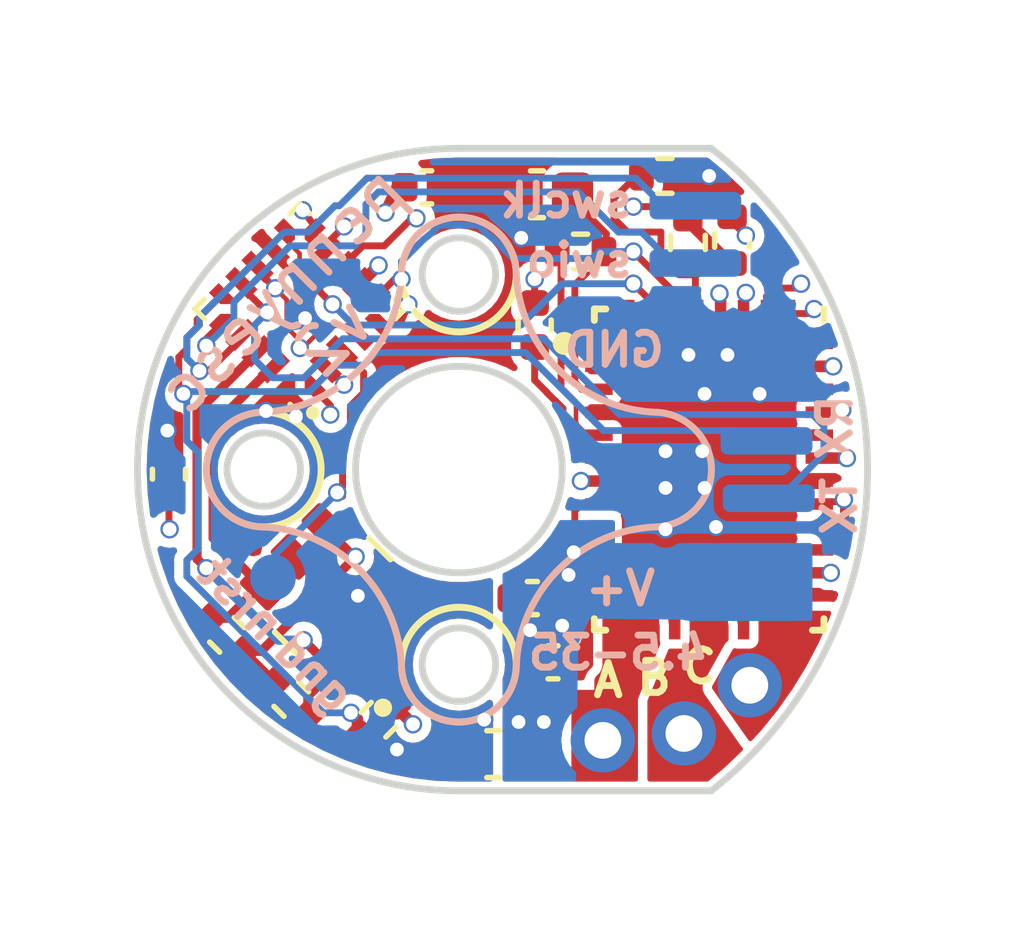
<source format=kicad_pcb>
(kicad_pcb (version 20221018) (generator pcbnew)
  (title_block (title "PennyESC") (date "2025-12-25") (rev "2") (company "Christopher Xu"))
  (layers (0 "F.Cu" signal) (1 "In1.Cu" signal) (2 "In2.Cu" signal) (31 "B.Cu" signal) (34 "B.Paste" user) (35 "F.Paste" user) (36 "B.SilkS" user "B.Silkscreen") (37 "F.SilkS" user "F.Silkscreen") (38 "B.Mask" user) (39 "F.Mask" user) (44 "Edge.Cuts" user))
  (net 0 "")
  (net 1 "GND")
  (net 2 "+3.3V")
  (net 3 "VBUS")
  (net 4 "/SPI_SCLK")
  (net 5 "/SPI_MISO")
  (net 6 "/SPI_MOSI")
  (net 7 "/NRST")
  (net 8 "/UART_TX")
  (net 9 "/UART_RX")
  (net 10 "/SWDIO")
  (net 11 "/SWCLK")
  (net 12 "/SPI_CS")
  (net 13 "Net-(U2-FB_BK)")
  (net 14 "Net-(U2-SW_BK)")
  (net 15 "/HALLA")
  (net 16 "/HALLB")
  (net 17 "/HALLC")
  (net 18 "/BRAKE")
  (net 19 "/PWM")
  (net 20 "/I2C_SCL")
  (net 21 "/I2C_SDA")
  (net 23 "Net-(U2-CPL)")
  (net 24 "Net-(U2-CPH)")
  (net 25 "Net-(U2-CP)")
  (net 26 "/OUTA")
  (net 27 "/OUTB")
  (net 28 "/OUTC")
  (net 29 "Net-(U2-FAULT_N)")
  (net 31 "unconnected-(U2-HNA-Pad28)")
  (net 34 "Net-(U2-ILIM)")
  (footprint "Resistor_SMD:R_0402_1005Metric" (layer "F.Cu") (at 54.485876 43.600089)
    (fp_text reference "R4" hide)
    (fp_text value "2k")
  )
  (footprint "Capacitor_SMD:C_0402_1005Metric" (layer "F.Cu") (at 49.3 43.85)
    (fp_text reference "C2" hide)
    (fp_text value "1uF")
  )
  (footprint "Resistor_SMD:R_0402_1005Metric" (layer "F.Cu") (at 55.95 45 90)
    (fp_text reference "R2" hide)
    (fp_text value "3.3k")
  )
  (footprint "Capacitor_SMD:C_0603_1608Metric" (layer "F.Cu") (at 51.7 44)
    (fp_text reference "C3" hide)
    (fp_text value "22uF")
  )
  (footprint "pennyesc:MCT8316Z0RRGFR-IPC_C" (layer "F.Cu") (at 55.45 50)
    (fp_text reference "U2" hide)
    (fp_text value "MCT8316Z0RRGFR")
  )
  (footprint "Resistor_SMD:R_0402_1005Metric" (layer "F.Cu") (at 54.985876 45.05 -90)
    (fp_text reference "R3" hide)
    (fp_text value "3.3k")
  )
  (footprint "Resistor_SMD:R_0402_1005Metric" (layer "F.Cu") (at 44.95 53.6 135)
    (fp_text reference "R6" hide)
    (fp_text value "3.3k")
  )
  (footprint "pennyesc:SOT95P280X140-6N" (layer "F.Cu") (at 47.25 52.75 135)
    (fp_text reference "U3" hide)
    (fp_text value "TMAG5273A1QDBVR")
  )
  (footprint "Resistor_SMD:R_0402_1005Metric" (layer "F.Cu") (at 52.65 45.25)
    (fp_text reference "R1" hide)
    (fp_text value "22R")
  )
  (footprint "Capacitor_SMD:C_0603_1608Metric" (layer "F.Cu") (at 50.75 56.2 180)
    (fp_text reference "C7" hide)
    (fp_text value "10uF")
  )
  (footprint "Capacitor_SMD:C_0402_1005Metric" (layer "F.Cu") (at 52.05 54.2)
    (fp_text reference "C6" hide)
    (fp_text value "0.1uF")
  )
  (footprint "Capacitor_SMD:C_0402_1005Metric" (layer "F.Cu") (at 43.685876 50.100089 90)
    (fp_text reference "C1" hide)
    (fp_text value "1uF")
  )
  (footprint "Capacitor_SMD:C_0402_1005Metric" (layer "F.Cu") (at 51.6 52.8 180)
    (fp_text reference "C5" hide)
    (fp_text value "1uF")
  )
  (footprint "Resistor_SMD:R_0402_1005Metric" (layer "F.Cu") (at 48.25 55.45 -135)
    (fp_text reference "R8" hide)
    (fp_text value "3.3k")
  )
  (footprint "Resistor_SMD:R_0402_1005Metric" (layer "F.Cu") (at 46.35 55 -45)
    (fp_text reference "R5" hide)
    (fp_text value "3.3k")
  )
  (footprint "Package_DFN_QFN:ST_UFQFPN-20_3x3mm_P0.5mm" (layer "F.Cu") (at 46.535876 46.500089 135)
    (fp_text reference "U1" hide)
    (fp_text value "STM32L011F4Ux")
  )
  (footprint "Capacitor_SMD:C_0402_1005Metric" (layer "F.Cu") (at 51.65 46.85 -90)
    (fp_text reference "C4" hide)
    (fp_text value "0.1uF")
  )
  (footprint "pennyesc:SolderHole_1.0x1.6mm" (layer "B.Cu") (at 53.135876 55.900089 -90)
    (fp_text reference "TP6" hide)
    (fp_text value "TestPoint")
  )
  (footprint "pennyesc:SolderHole_1.0x1.6mm" (layer "B.Cu") (at 54.9 55.75 -90)
    (fp_text reference "TP7" hide)
    (fp_text value "TestPoint")
  )
  (footprint "pennyesc:Power_Pad_Rect" (layer "B.Cu") (at 56.15 52.45 90)
    (fp_text reference "TP9" hide)
    (fp_text value "TestPoint")
  )
  (footprint "pennyesc:TestPoint_Pad_Rect" (layer "B.Cu") (at 55.15 45.5 -90)
    (fp_text reference "TP4" hide)
    (fp_text value "TestPoint")
  )
  (footprint "pennyesc:TestPoint_Pad_Rect" (layer "B.Cu") (at 56.7 49.375 90)
    (fp_text reference "TP3" hide)
    (fp_text value "TestPoint")
  )
  (footprint "pennyesc:TestPoint_Pad_Rect" (layer "B.Cu") (at 55.15 44.25 -90)
    (fp_text reference "TP5" hide)
    (fp_text value "TestPoint")
  )
  (footprint "pennyesc:SolderHole_1.0x1.6mm" (layer "B.Cu") (at 56.335876 54.700089 -90)
    (fp_text reference "TP8" hide)
    (fp_text value "TestPoint")
  )
  (footprint "pennyesc:TestPoint_Pad_Rect" (layer "B.Cu") (at 56.75 50.625 90)
    (fp_text reference "TP2" hide)
    (fp_text value "TestPoint")
  )
  (footprint "pennyesc:Power_Pad_Rect" (layer "B.Cu") (at 56.15 47.55 90)
    (fp_text reference "TP10" hide)
    (fp_text value "TestPoint")
  )
  (footprint "pennyesc:TestPoint_Pad_1mm" (layer "B.Cu") (at 45.95 52.35 135)
    (fp_text reference "TP1" hide)
    (fp_text value "TestPoint")
  )
  (footprint "pennyesc:TestPoint_Pad_1mm" (layer "B.Cu") (at 47.55 53.7 180)
    (fp_text reference "TP11" hide)
    (fp_text value "TestPoint")
  )
  (gr_arc locked (start 51.249146 54.2962) (mid 52.174347 52.174347) (end 54.2962 51.249146) (stroke (width 0.15)) (layer "B.SilkS"))
  (gr_arc locked (start 48.750854 45.7038) (mid 47.825653 47.825653) (end 45.7038 48.750854) (stroke (width 0.15)) (layer "B.SilkS"))
  (gr_arc locked (start 54.2962 48.750854) (mid 55.5 50) (end 54.2962 51.249146) (stroke (width 0.15)) (layer "B.SilkS"))
  (gr_arc locked (start 45.7038 51.249146) (mid 44.5 50) (end 45.7038 48.750854) (stroke (width 0.15)) (layer "B.SilkS"))
  (gr_arc locked (start 45.7038 51.249146) (mid 47.825648 52.174352) (end 48.750854 54.2962) (stroke (width 0.15)) (layer "B.SilkS"))
  (gr_arc locked (start 54.2962 48.750854) (mid 52.174347 47.825653) (end 51.249146 45.7038) (stroke (width 0.15)) (layer "B.SilkS"))
  (gr_arc locked (start 51.249146 54.2962) (mid 50 55.5) (end 48.750854 54.2962) (stroke (width 0.15)) (layer "B.SilkS"))
  (gr_arc locked (start 48.750854 45.7038) (mid 50 44.5) (end 51.249146 45.7038) (stroke (width 0.15)) (layer "B.SilkS"))
  (gr_circle (center 50 45.75) (end 51.25 45.75) (stroke (width 0.15)) (fill none) (layer "F.SilkS"))
  (gr_circle (center 50 54.25) (end 51.25 54.25) (stroke (width 0.15)) (fill none) (layer "F.SilkS"))
  (gr_circle (center 45.75 50) (end 47 50) (stroke (width 0.15)) (fill none) (layer "F.SilkS"))
  (gr_circle locked (center 45.75 50) (end 46.55 50) (stroke (width 0.15)) (fill none) (layer "Edge.Cuts"))
  (gr_line locked (start 50 57) (end 55.496362 57) (stroke (width 0.15)) (layer "Edge.Cuts"))
  (gr_line locked (start 55.496362 43) (end 50 43) (stroke (width 0.15)) (layer "Edge.Cuts"))
  (gr_circle locked (center 50 50) (end 52.25 50) (stroke (width 0.15)) (fill none) (layer "Edge.Cuts"))
  (gr_circle locked (center 50 54.25) (end 50.8 54.25) (stroke (width 0.15)) (fill none) (layer "Edge.Cuts"))
  (gr_arc locked (start 50 57) (mid 43 50) (end 50 43) (stroke (width 0.15)) (layer "Edge.Cuts"))
  (gr_arc locked (start 55.496362 43) (mid 58.9 50) (end 55.496362 57) (stroke (width 0.15)) (layer "Edge.Cuts"))
  (gr_circle locked (center 50 45.75) (end 50.8 45.75) (stroke (width 0.15)) (fill none) (layer "Edge.Cuts"))
  (gr_text "swio" (at 53.85 45.85) (layer "B.SilkS") (effects (font (size 0.7 0.7)) (justify left bottom mirror)))
  (gr_text "pennyesc" (at 49.05 44 45) (layer "B.SilkS") (effects (font (size 1 1)) (justify left bottom mirror)))
  (gr_text "RX" (at 58.6 48.3 90) (layer "B.SilkS") (effects (font (size 0.7 0.7)) (justify left bottom mirror)))
  (gr_text "GND" (at 54.55 47.8) (layer "B.SilkS") (effects (font (size 0.7 0.7)) (justify left bottom mirror)))
  (gr_text "TX" (at 58.7 50.1 90) (layer "B.SilkS") (effects (font (size 0.7 0.7)) (justify left bottom mirror)))
  (gr_text "V+" (at 54.35 53) (layer "B.SilkS") (effects (font (size 0.7 0.7)) (justify left bottom mirror)))
  (gr_text "gnd" (at 47.3 55.45 315) (layer "B.SilkS") (effects (font (size 0.7 0.7)) (justify left bottom mirror)))
  (gr_text "v2" (at 48.35 46.85 45) (layer "B.SilkS") (effects (font (size 1 1)) (justify left bottom mirror)))
  (gr_text "4.5-35" (at 55.5 54.4) (layer "B.SilkS") (effects (font (size 0.7 0.7)) (justify left bottom mirror)))
  (gr_text "swclk" (at 53.85 44.55) (layer "B.SilkS") (effects (font (size 0.7 0.7)) (justify left bottom mirror)))
  (gr_text "nrst" (at 45.75 53.9 315) (layer "B.SilkS") (effects (font (size 0.7 0.7)) (justify left bottom mirror)))
  (gr_text "A" (at 53.65 55) (layer "F.SilkS") (effects (font (size 0.7 0.7) (thickness 0.15) bold) (justify left bottom mirror)))
  (gr_text "B" (at 54.7 54.95) (layer "F.SilkS") (effects (font (size 0.7 0.7) (thickness 0.15) bold) (justify right bottom)))
  (gr_text "C" (at 55.685876 54.700089) (layer "F.SilkS") (effects (font (size 0.7 0.7) (thickness 0.15) bold) (justify right bottom)))
  (segment (start 56.185876 52.61329) (end 56.172675 52.600089) (width 0.25) (layer "F.Cu") (net 1))
  (segment (start 45.970191 45.227297) (end 45.970191 45.333363) (width 0.15) (layer "F.Cu") (net 1))
  (segment (start 57.85 50.25) (end 57.15 50.25) (width 0.25) (layer "F.Cu") (net 1))
  (segment (start 57.85 52.75) (end 57.15 52.75) (width 0.25) (layer "F.Cu") (net 1))
  (segment (start 51.357816 44.95) (end 50.925 44.54123) (width 0.25) (layer "F.Cu") (net 1))
  (segment (start 53.05 47.75) (end 53.7 47.75) (width 0.25) (layer "F.Cu") (net 1))
  (segment (start 46.2 48.3245) (end 45.8 48.7245) (width 0.15) (layer "F.Cu") (net 1))
  (segment (start 49.975 56.025) (end 50.55 55.45) (width 0.15) (layer "F.Cu") (net 1))
  (segment (start 53.572764 48.75) (end 53.722675 48.600089) (width 0.25) (layer "F.Cu") (net 1))
  (segment (start 48.65 56.1) (end 48.75 56.2) (width 0.15) (layer "F.Cu") (net 1))
  (segment (start 46.55 46.6) (end 46.65 46.7) (width 0.15) (layer "F.Cu") (net 1))
  (segment (start 48.80917 52.965668) (end 48.015668 52.965668) (width 0.15) (layer "F.Cu") (net 1))
  (segment (start 52.8 53.2) (end 52.8 52.7) (width 0.25) (layer "F.Cu") (net 1))
  (segment (start 46.55 45.913172) (end 46.55 46.2) (width 0.15) (layer "F.Cu") (net 1))
  (segment (start 48.75 56.2) (end 49.975 56.2) (width 0.15) (layer "F.Cu") (net 1))
  (segment (start 53.15 48.75) (end 53.572764 48.75) (width 0.25) (layer "F.Cu") (net 1))
  (segment (start 56.185876 53.300089) (end 56.185876 52.61329) (width 0.25) (layer "F.Cu") (net 1))
  (segment (start 54.685876 52.636888) (end 54.722675 52.600089) (width 0.25) (layer "F.Cu") (net 1))
  (segment (start 49.975 56.2) (end 49.975 56.025) (width 0.15) (layer "F.Cu") (net 1))
  (segment (start 43.685876 49.620089) (end 43.685876 49.185876) (width 0.25) (layer "F.Cu") (net 1))
  (segment (start 48.015668 52.965668) (end 47.8 52.75) (width 0.15) (layer "F.Cu") (net 1))
  (segment (start 52.8 54.23) (end 52.8 53.2) (width 0.25) (layer "F.Cu") (net 1))
  (segment (start 50.925 44.54123) (end 50.925 44) (width 0.25) (layer "F.Cu") (net 1))
  (segment (start 46.2 48.250178) (end 46.2 48.3245) (width 0.15) (layer "F.Cu") (net 1))
  (segment (start 55.45 43.6005) (end 55.499589 43.600089) (width 0.15) (layer "F.Cu") (net 1))
  (segment (start 43.685876 49.185876) (end 43.65 49.15) (width 0.25) (layer "F.Cu") (net 1))
  (segment (start 52.63 54.4) (end 52.8 54.23) (width 0.25) (layer "F.Cu") (net 1))
  (segment (start 45.970191 45.333363) (end 46.55 45.913172) (width 0.15) (layer "F.Cu") (net 1))
  (segment (start 53.05 52.75) (end 53.75 52.75) (width 0.25) (layer "F.Cu") (net 1))
  (segment (start 46.55 46.2) (end 46.55 46.6) (width 0.15) (layer "F.Cu") (net 1))
  (segment (start 55.499589 43.600089) (end 54.995876 43.600089) (width 0.15) (layer "F.Cu") (net 1))
  (segment (start 54.685876 53.300089) (end 54.685876 52.636888) (width 0.25) (layer "F.Cu") (net 1))
  (via (at 54.5 51.3) (size 0.4) (drill 0.3) (layers "F.Cu" "B.Cu") (net 1))
  (via (at 55.35 48.35) (size 0.4) (drill 0.3) (layers "F.Cu" "B.Cu") (net 1))
  (via (at 46.65 46.7) (size 0.4) (drill 0.3) (layers "F.Cu" "B.Cu") (net 1))
  (via (at 54.5 50.4) (size 0.4) (drill 0.3) (layers "F.Cu" "B.Cu") (net 1))
  (via (at 46.45 48.85) (size 0.4) (drill 0.3) (layers "F.Cu" "B.Cu") (net 1))
  (via (at 55.35 50.4) (size 0.4) (drill 0.3) (layers "F.Cu" "B.Cu") (net 1))
  (via (at 56.55 48.35) (size 0.4) (drill 0.3) (layers "F.Cu" "B.Cu") (net 1))
  (via (at 55.85 47.5) (size 0.4) (drill 0.3) (layers "F.Cu" "B.Cu") (net 1))
  (via (at 55 47.5) (size 0.4) (drill 0.3) (layers "F.Cu" "B.Cu") (net 1))
  (via (at 48.65 56.1) (size 0.4) (drill 0.3) (layers "F.Cu" "B.Cu") (net 1))
  (via (at 51.357816 44.95) (size 0.4) (drill 0.3) (layers "F.Cu" "B.Cu") (net 1))
  (via (at 54.5 49.6) (size 0.4) (drill 0.3) (layers "F.Cu" "B.Cu") (net 1))
  (via (at 55.6 51.25) (size 0.4) (drill 0.3) (layers "F.Cu" "B.Cu") (net 1))
  (via (at 43.65 49.15) (size 0.4) (drill 0.3) (layers "F.Cu" "B.Cu") (net 1))
  (via (at 55.3 49.6) (size 0.4) (drill 0.3) (layers "F.Cu" "B.Cu") (net 1))
  (via (at 55.45 43.6005) (size 0.4) (drill 0.3) (layers "F.Cu" "B.Cu") (net 1))
  (via (at 50.55 55.45) (size 0.4) (drill 0.3) (layers "F.Cu" "B.Cu") (net 1))
  (via (at 47.8 52.75) (size 0.4) (drill 0.3) (layers "F.Cu" "B.Cu") (net 1))
  (via (at 45.8 48.7245) (size 0.4) (drill 0.3) (layers "F.Cu" "B.Cu") (net 1))
  (segment (start 57.85 51.75) (end 58.15 51.75) (width 0.2) (layer "F.Cu") (net 2))
  (segment (start 47.808668 47.065774) (end 47.608669 46.865775) (width 0.1) (layer "F.Cu") (net 2))
  (segment (start 43.7 51.3) (end 43.685876 51.185376) (width 0.15) (layer "F.Cu") (net 2))
  (segment (start 47.084225 46.865775) (end 46.600676 47.349324) (width 0.1) (layer "F.Cu") (net 2))
  (segment (start 43.685876 51.185376) (end 43.685876 50.580089) (width 0.15) (layer "F.Cu") (net 2))
  (segment (start 46.535876 47.185876) (end 46.25 46.9) (width 0.1) (layer "F.Cu") (net 2))
  (segment (start 48.639376 55.189376) (end 49 55.55) (width 0.25) (layer "F.Cu") (net 2))
  (segment (start 45.616637 45.58085) (end 45.616637 45.666637) (width 0.15) (layer "F.Cu") (net 2))
  (segment (start 48.4 44.4) (end 48.65 43.85) (width 0.25) (layer "F.Cu") (net 2))
  (segment (start 58.4 51.5) (end 58.4 50.664213) (width 0.2) (layer "F.Cu") (net 2))
  (segment (start 57.885876 50.700089) (end 57.760876 50.700089) (width 0.15) (layer "F.Cu") (net 2))
  (segment (start 48.65 43.85) (end 48.75 43.85) (width 0.25) (layer "F.Cu") (net 2))
  (segment (start 45.689376 53.960624) (end 47.7 51.95) (width 0.2) (layer "F.Cu") (net 2))
  (segment (start 45.95 54.6) (end 45.95 54.65) (width 0.2) (layer "F.Cu") (net 2))
  (segment (start 47.034332 51.19083) (end 47.04083 51.19083) (width 0.15) (layer "F.Cu") (net 2))
  (segment (start 53.8005 44.269589) (end 54.719589 44.269589) (width 0.15) (layer "F.Cu") (net 2))
  (segment (start 57.885876 50.700089) (end 58.335876 50.700089) (width 0.15) (layer "F.Cu") (net 2))
  (segment (start 54.719589 44.269589) (end 54.95 44.5) (width 0.15) (layer "F.Cu") (net 2))
  (segment (start 48.510624 55.189376) (end 48.639376 55.189376) (width 0.25) (layer "F.Cu") (net 2))
  (segment (start 45.310624 53.960624) (end 45.95 54.6) (width 0.2) (layer "F.Cu") (net 2))
  (segment (start 46.25 46.3) (end 46 46.05) (width 0.1) (layer "F.Cu") (net 2))
  (segment (start 47.7 51.95) (end 47.1 51.35) (width 0.2) (layer "F.Cu") (net 2))
  (segment (start 54.985876 44.540089) (end 54.985876 44.585876) (width 0.25) (layer "F.Cu") (net 2))
  (segment (start 47.04083 51.19083) (end 47.75 51.9) (width 0.15) (layer "F.Cu") (net 2))
  (segment (start 58.15 51.75) (end 58.4 51.5) (width 0.2) (layer "F.Cu") (net 2))
  (segment (start 54.985876 44.54) (end 54.845876 44.4) (width 0.2) (layer "F.Cu") (net 2))
  (segment (start 45.310624 53.960624) (end 45.689376 53.960624) (width 0.2) (layer "F.Cu") (net 2))
  (segment (start 46.25 46.9) (end 46.25 46.3) (width 0.1) (layer "F.Cu") (net 2))
  (segment (start 47.608669 46.865775) (end 47.084225 46.865775) (width 0.1) (layer "F.Cu") (net 2))
  (segment (start 46.535876 47.349324) (end 46.535876 47.185876) (width 0.1) (layer "F.Cu") (net 2))
  (segment (start 45.616637 45.666637) (end 46 46.05) (width 0.15) (layer "F.Cu") (net 2))
  (segment (start 58.335876 50.700089) (end 58.385876 50.650089) (width 0.15) (layer "F.Cu") (net 2))
  (segment (start 46.600676 47.349324) (end 46.535876 47.349324) (width 0.1) (layer "F.Cu") (net 2))
  (segment (start 54.985876 44.585876) (end 55.85 45.45) (width 0.25) (layer "F.Cu") (net 2))
  (segment (start 58.4 50.664213) (end 58.385876 50.650089) (width 0.2) (layer "F.Cu") (net 2))
  (via (at 43.7 51.3) (size 0.4) (drill 0.3) (layers "F.Cu" "B.Cu") (net 2))
  (via (at 48.4 44.4) (size 0.4) (drill 0.3) (layers "F.Cu" "B.Cu") (net 2))
  (via (at 49 55.55) (size 0.4) (drill 0.3) (layers "F.Cu" "B.Cu") (net 2))
  (via (at 46 46.05) (size 0.4) (drill 0.3) (layers "F.Cu" "B.Cu") (net 2))
  (via (at 47.75 51.9) (size 0.4) (drill 0.3) (layers "F.Cu" "B.Cu") (net 2))
  (via (at 58.385876 50.650089) (size 0.4) (drill 0.3) (layers "F.Cu" "B.Cu") (net 2))
  (via (at 53.8005 44.269589) (size 0.4) (drill 0.3) (layers "F.Cu" "B.Cu") (net 2))
  (via (at 46.535876 47.349324) (size 0.4) (drill 0.3) (layers "F.Cu" "B.Cu") (net 2))
  (segment (start 52.5 51.8) (end 52.95 52.25) (width 0.15) (layer "F.Cu") (net 3))
  (segment (start 52.435459 52.25) (end 52.389318 52.296141) (width 0.15) (layer "F.Cu") (net 3))
  (segment (start 52.95 52.25) (end 53.05 52.25) (width 0.15) (layer "F.Cu") (net 3))
  (segment (start 53.05 52.25) (end 52.435459 52.25) (width 0.15) (layer "F.Cu") (net 3))
  (via (at 51.55 53.5) (size 0.4) (drill 0.3) (layers "F.Cu" "B.Cu") (net 3))
  (via (at 51.85 55.5) (size 0.4) (drill 0.3) (layers "F.Cu" "B.Cu") (net 3))
  (via (at 52.25 53.4) (size 0.4) (drill 0.3) (layers "F.Cu" "B.Cu") (net 3))
  (via (at 52.5 51.8) (size 0.4) (drill 0.3) (layers "F.Cu" "B.Cu") (net 3))
  (via (at 51.3 55.5) (size 0.4) (drill 0.3) (layers "F.Cu" "B.Cu") (net 3))
  (via (at 52.389318 52.296141) (size 0.4) (drill 0.3) (layers "F.Cu" "B.Cu") (net 3))
  (segment (start 49.075 44.525) (end 48.975 44.525) (width 0.15) (layer "F.Cu") (net 4))
  (segment (start 56.2 46.2) (end 56.25 46.15) (width 0.15) (layer "F.Cu") (net 4))
  (segment (start 56.2 46.6) (end 56.2 46.2) (width 0.15) (layer "F.Cu") (net 4))
  (segment (start 48.375 45.125) (end 47.910965 45.125) (width 0.15) (layer "F.Cu") (net 4))
  (segment (start 47.910965 45.125) (end 47.455115 45.58085) (width 0.15) (layer "F.Cu") (net 4))
  (segment (start 48.975 44.525) (end 48.375 45.125) (width 0.15) (layer "F.Cu") (net 4))
  (via (at 49.075 44.525) (size 0.4) (drill 0.3) (layers "F.Cu" "B.Cu") (net 4))
  (via (at 56.25 46.15) (size 0.4) (drill 0.3) (layers "F.Cu" "B.Cu") (net 4))
  (segment (start 47.101561 45.227297) (end 47.101561 45.098439) (width 0.15) (layer "F.Cu") (net 5))
  (segment (start 57.637521 46.6) (end 57.2 46.6) (width 0.15) (layer "F.Cu") (net 5))
  (segment (start 57.735356 46.502165) (end 57.637521 46.6) (width 0.15) (layer "F.Cu") (net 5))
  (segment (start 47.101561 45.098439) (end 47.5 44.7) (width 0.15) (layer "F.Cu") (net 5))
  (via (at 57.735356 46.502165) (size 0.4) (drill 0.3) (layers "F.Cu" "B.Cu") (net 5))
  (via (at 47.5 44.7) (size 0.4) (drill 0.3) (layers "F.Cu" "B.Cu") (net 5))
  (segment (start 57.45 45.95) (end 57.447161 46.045089) (width 0.15) (layer "F.Cu") (net 6))
  (segment (start 56.7 46.225) (end 56.7 46.6) (width 0.15) (layer "F.Cu") (net 6))
  (segment (start 56.879911 46.045089) (end 56.7 46.225) (width 0.15) (layer "F.Cu") (net 6))
  (segment (start 46.9 44.75) (end 46.85 44.8) (width 0.15) (layer "F.Cu") (net 6))
  (segment (start 57.447161 46.045089) (end 56.879911 46.045089) (width 0.15) (layer "F.Cu") (net 6))
  (segment (start 46.6 44.35) (end 46.9 44.75) (width 0.15) (layer "F.Cu") (net 6))
  (via (at 46.6 44.35) (size 0.4) (drill 0.3) (layers "F.Cu" "B.Cu") (net 6))
  (via (at 57.45 45.95) (size 0.4) (drill 0.3) (layers "F.Cu" "B.Cu") (net 6))
  (segment (start 47.639034 48.612007) (end 47.925 48.326041) (width 0.15) (layer "F.Cu") (net 7))
  (segment (start 47.639034 49.094108) (end 47.639034 48.612007) (width 0.15) (layer "F.Cu") (net 7))
  (segment (start 47.556861 49.330755) (end 47.639034 49.094108) (width 0.15) (layer "F.Cu") (net 7))
  (segment (start 47.925 48.326041) (end 47.925 47.889213) (width 0.15) (layer "F.Cu") (net 7))
  (segment (start 47.466855 50.383145) (end 47.35 50.5) (width 0.15) (layer "F.Cu") (net 7))
  (segment (start 47.489457 49.662369) (end 47.556861 49.330755) (width 0.15) (layer "F.Cu") (net 7))
  (segment (start 47.466855 50) (end 47.489457 49.662369) (width 0.15) (layer "F.Cu") (net 7))
  (segment (start 47.35 50.5) (end 47.466855 50.583145) (width 0.15) (layer "F.Cu") (net 7))
  (segment (start 47.466855 50) (end 47.466855 50.383145) (width 0.15) (layer "F.Cu") (net 7))
  (segment (start 47.925 47.889213) (end 47.455115 47.419328) (width 0.15) (layer "F.Cu") (net 7))
  (via (at 47.35 50.5) (size 0.4) (drill 0.3) (layers "F.Cu" "B.Cu") (net 7))
  (segment (start 46.75 51.1) (end 46 51.85) (width 0.15) (layer "B.Cu") (net 7))
  (segment (start 47.35 50.5) (end 46.75 51.1) (width 0.15) (layer "B.Cu") (net 7))
  (segment (start 46 51.85) (end 46 52.25) (width 0.15) (layer "B.Cu") (net 7))
  (segment (start 45.4 46.05) (end 45.35 46.05) (width 0.15) (layer "F.Cu") (net 8))
  (segment (start 45.824845 46.575155) (end 45.263084 46.013394) (width 0.15) (layer "F.Cu") (net 8))
  (segment (start 45.263084 46.013394) (end 45.263084 45.934404) (width 0.15) (layer "F.Cu") (net 8))
  (via (at 45.824845 46.575155) (size 0.4) (drill 0.3) (layers "F.Cu" "B.Cu") (net 8))
  (segment (start 57.95 49.65533) (end 57.95 49.05) (width 0.15) (layer "B.Cu") (net 8))
  (segment (start 46.624695 48) (end 45.95 48) (width 0.15) (layer "B.Cu") (net 8))
  (segment (start 45.55 47.6) (end 45.55 46.85) (width 0.15) (layer "B.Cu") (net 8))
  (segment (start 51.85 47.15) (end 47.474695 47.15) (width 0.15) (layer "B.Cu") (net 8))
  (segment (start 45.95 48) (end 45.55 47.6) (width 0.15) (layer "B.Cu") (net 8))
  (segment (start 57.95 49.05) (end 57.7 48.8) (width 0.15) (layer "B.Cu") (net 8))
  (segment (start 53.5 48.8) (end 51.85 47.15) (width 0.15) (layer "B.Cu") (net 8))
  (segment (start 45.55 46.85) (end 45.824845 46.575155) (width 0.15) (layer "B.Cu") (net 8))
  (segment (start 57.7 48.8) (end 53.5 48.8) (width 0.15) (layer "B.Cu") (net 8))
  (segment (start 47.474695 47.15) (end 46.624695 48) (width 0.15) (layer "B.Cu") (net 8))
  (segment (start 56.75 50.625) (end 56.98033 50.625) (width 0.15) (layer "B.Cu") (net 8))
  (segment (start 56.98033 50.625) (end 57.95 49.65533) (width 0.15) (layer "B.Cu") (net 8))
  (segment (start 44.785787 46.244788) (end 44.3 46.730575) (width 0.15) (layer "F.Cu") (net 9))
  (segment (start 44.3 46.730575) (end 44.3 46.898959) (width 0.15) (layer "F.Cu") (net 9))
  (segment (start 43.9 48.25) (end 44 48.35) (width 0.15) (layer "F.Cu") (net 9))
  (segment (start 44.3 46.898959) (end 44.075 47.123959) (width 0.15) (layer "F.Cu") (net 9))
  (segment (start 44.075 47.375) (end 43.9 47.55) (width 0.15) (layer "F.Cu") (net 9))
  (segment (start 47.789376 55.439376) (end 47.65 55.3) (width 0.25) (layer "F.Cu") (net 9))
  (segment (start 43.9 47.55) (end 43.9 48.25) (width 0.15) (layer "F.Cu") (net 9))
  (segment (start 44.075 47.123959) (end 44.075 47.375) (width 0.15) (layer "F.Cu") (net 9))
  (segment (start 47.789376 55.910624) (end 47.789376 55.439376) (width 0.25) (layer "F.Cu") (net 9))
  (segment (start 44.785787 46.164213) (end 44.785787 46.244788) (width 0.15) (layer "F.Cu") (net 9))
  (via (at 47.65 55.3) (size 0.4) (drill 0.3) (layers "F.Cu" "B.Cu") (net 9))
  (via (at 44 48.35) (size 0.4) (drill 0.3) (layers "F.Cu" "B.Cu") (net 9))
  (segment (start 47.048959 55.3) (end 47.65 55.3) (width 0.15) (layer "B.Cu") (net 9))
  (segment (start 51.45 47.45) (end 48.199569 47.45) (width 0.15) (layer "B.Cu") (net 9))
  (segment (start 44.323959 51.725) (end 44.075 51.973959) (width 0.15) (layer "B.Cu") (net 9))
  (segment (start 44.075 48.425) (end 44.075 49.375) (width 0.15) (layer "B.Cu") (net 9))
  (segment (start 44.075 52.326041) (end 47.048959 55.3) (width 0.15) (layer "B.Cu") (net 9))
  (segment (start 44.05 48.3) (end 44 48.35) (width 0.15) (layer "B.Cu") (net 9))
  (segment (start 47.323959 47.725) (end 46.748959 48.3) (width 0.15) (layer "B.Cu") (net 9))
  (segment (start 47.924569 47.725) (end 47.323959 47.725) (width 0.15) (layer "B.Cu") (net 9))
  (segment (start 46.748959 48.3) (end 44.05 48.3) (width 0.15) (layer "B.Cu") (net 9))
  (segment (start 44 48.35) (end 44.075 48.425) (width 0.15) (layer "B.Cu") (net 9))
  (segment (start 44.323959 49.623959) (end 44.323959 51.725) (width 0.15) (layer "B.Cu") (net 9))
  (segment (start 56.485876 49.350089) (end 56.149911 49.350089) (width 0.15) (layer "B.Cu") (net 9))
  (segment (start 56.149911 49.350089) (end 55.949822 49.15) (width 0.15) (layer "B.Cu") (net 9))
  (segment (start 48.199569 47.45) (end 47.924569 47.725) (width 0.15) (layer "B.Cu") (net 9))
  (segment (start 44.075 51.973959) (end 44.075 52.326041) (width 0.15) (layer "B.Cu") (net 9))
  (segment (start 55.949822 49.15) (end 53.15 49.15) (width 0.15) (layer "B.Cu") (net 9))
  (segment (start 44.075 49.375) (end 44.323959 49.623959) (width 0.15) (layer "B.Cu") (net 9))
  (segment (start 53.15 49.15) (end 51.45 47.45) (width 0.15) (layer "B.Cu") (net 9))
  (segment (start 44.5 47.15) (end 44.85 46.8) (width 0.15) (layer "F.Cu") (net 10))
  (segment (start 44.5 47.3) (end 44.5 47.15) (width 0.15) (layer "F.Cu") (net 10))
  (via (at 44.5 47.3) (size 0.4) (drill 0.3) (layers "F.Cu" "B.Cu") (net 10))
  (segment (start 47.975 44.223959) (end 48.248959 43.95) (width 0.15) (layer "B.Cu") (net 10))
  (segment (start 45.1 46.348959) (end 46.323959 45.125) (width 0.15) (layer "B.Cu") (net 10))
  (segment (start 53.475 44.825) (end 53.976041 44.825) (width 0.15) (layer "B.Cu") (net 10))
  (segment (start 44.5 47.3) (end 45.1 46.7) (width 0.15) (layer "B.Cu") (net 10))
  (segment (start 52.6 43.95) (end 53.475 44.825) (width 0.15) (layer "B.Cu") (net 10))
  (segment (start 54.35 45.198959) (end 54.35 45.35) (width 0.15) (layer "B.Cu") (net 10))
  (segment (start 45.1 46.7) (end 45.1 46.348959) (width 0.15) (layer "B.Cu") (net 10))
  (segment (start 48.248959 43.95) (end 52.6 43.95) (width 0.15) (layer "B.Cu") (net 10))
  (segment (start 46.323959 45.125) (end 47.726041 45.125) (width 0.15) (layer "B.Cu") (net 10))
  (segment (start 47.975 44.876041) (end 47.975 44.223959) (width 0.15) (layer "B.Cu") (net 10))
  (segment (start 53.976041 44.825) (end 54.35 45.198959) (width 0.15) (layer "B.Cu") (net 10))
  (segment (start 47.726041 45.125) (end 47.975 44.876041) (width 0.15) (layer "B.Cu") (net 10))
  (segment (start 45.263084 47.137957) (end 44.551041 47.85) (width 0.15) (layer "F.Cu") (net 11))
  (segment (start 44.551041 47.85) (end 44.35 47.85) (width 0.15) (layer "F.Cu") (net 11))
  (segment (start 45.263084 47.065774) (end 45.263084 47.137957) (width 0.15) (layer "F.Cu") (net 11))
  (via (at 44.35 47.85) (size 0.4) (drill 0.3) (layers "F.Cu" "B.Cu") (net 11))
  (segment (start 46.199695 44.825) (end 46.726041 44.825) (width 0.15) (layer "B.Cu") (net 11))
  (segment (start 46.726041 44.825) (end 47.30104 44.25) (width 0.15) (layer "B.Cu") (net 11))
  (segment (start 44.35 46.674695) (end 46.199695 44.825) (width 0.15) (layer "B.Cu") (net 11))
  (segment (start 48 43.65) (end 53.85 43.65) (width 0.15) (layer "B.Cu") (net 11))
  (segment (start 44.075 47.575) (end 44.075 47.123959) (width 0.15) (layer "B.Cu") (net 11))
  (segment (start 44.075 47.123959) (end 44.35 46.848959) (width 0.15) (layer "B.Cu") (net 11))
  (segment (start 44.35 47.85) (end 44.075 47.575) (width 0.15) (layer "B.Cu") (net 11))
  (segment (start 53.85 43.65) (end 54.35 44.15) (width 0.15) (layer "B.Cu") (net 11))
  (segment (start 47.4 44.25) (end 48 43.65) (width 0.15) (layer "B.Cu") (net 11))
  (segment (start 44.35 46.848959) (end 44.35 46.674695) (width 0.15) (layer "B.Cu") (net 11))
  (segment (start 47.30104 44.25) (end 47.4 44.25) (width 0.15) (layer "B.Cu") (net 11))
  (segment (start 55.7 46.190437) (end 55.6745 46.164937) (width 0.15) (layer "F.Cu") (net 12))
  (segment (start 47.865596 45.934404) (end 48.25 45.55) (width 0.25) (layer "F.Cu") (net 12))
  (segment (start 55.7 46.6) (end 55.7 46.190437) (width 0.15) (layer "F.Cu") (net 12))
  (segment (start 47.808668 45.934404) (end 47.865596 45.934404) (width 0.25) (layer "F.Cu") (net 12))
  (via (at 48.25 45.55) (size 0.4) (drill 0.3) (layers "F.Cu" "B.Cu") (net 12))
  (via (at 55.6745 46.164937) (size 0.4) (drill 0.3) (layers "F.Cu" "B.Cu") (net 12))
  (segment (start 52.675 48.25) (end 52.525 48.1) (width 0.15) (layer "F.Cu") (net 13))
  (segment (start 53.05 48.25) (end 52.675 48.25) (width 0.15) (layer "F.Cu") (net 13))
  (segment (start 52.525 48.1) (end 52.525 46.9) (width 0.15) (layer "F.Cu") (net 13))
  (segment (start 52.525 46.9) (end 52.525 45.975) (width 0.15) (layer "F.Cu") (net 13))
  (segment (start 52.525 45.975) (end 53.2 45.3) (width 0.15) (layer "F.Cu") (net 13))
  (segment (start 53.21 44.86) (end 52.55 44.2) (width 0.15) (layer "F.Cu") (net 13))
  (segment (start 53.21 45.25) (end 53.21 44.86) (width 0.15) (layer "F.Cu") (net 13))
  (segment (start 52.55 48.513909) (end 52.55 48.963008) (width 0.1) (layer "F.Cu") (net 14))
  (segment (start 52.225 46.385) (end 52.225 45.375) (width 0.15) (layer "F.Cu") (net 14))
  (segment (start 52.225 45.375) (end 52.15 45.3) (width 0.15) (layer "F.Cu") (net 14))
  (segment (start 52.225 48.188909) (end 52.55 48.513909) (width 0.1) (layer "F.Cu") (net 14))
  (segment (start 52.577235 49.027235) (end 52.8 49.25) (width 0.1) (layer "F.Cu") (net 14))
  (segment (start 52.8 49.25) (end 53.05 49.25) (width 0.1) (layer "F.Cu") (net 14))
  (segment (start 52.55 48.963008) (end 52.577235 49.027235) (width 0.1) (layer "F.Cu") (net 14))
  (segment (start 52.225 48.188909) (end 52.225 46.385) (width 0.15) (layer "F.Cu") (net 14))
  (segment (start 47.2 48.6) (end 46.85 48.25) (width 0.15) (layer "F.Cu") (net 15))
  (segment (start 47.2 48.8) (end 47.2 48.6) (width 0.15) (layer "F.Cu") (net 15))
  (segment (start 57.85 49.75) (end 58.45 49.75) (width 0.25) (layer "F.Cu") (net 15))
  (via (at 58.45 49.75) (size 0.4) (drill 0.3) (layers "F.Cu" "B.Cu") (net 15))
  (via (at 47.2 48.8) (size 0.4) (drill 0.3) (layers "F.Cu" "B.Cu") (net 15))
  (segment (start 47.122881 47.772881) (end 47.5 48.15) (width 0.15) (layer "F.Cu") (net 16))
  (segment (start 57.85 48.75) (end 57.9 48.7) (width 0.25) (layer "F.Cu") (net 16))
  (segment (start 57.9 48.7) (end 58.35 48.7) (width 0.25) (layer "F.Cu") (net 16))
  (segment (start 47.101561 47.772881) (end 47.122881 47.772881) (width 0.15) (layer "F.Cu") (net 16))
  (via (at 47.5 48.15) (size 0.4) (drill 0.3) (layers "F.Cu" "B.Cu") (net 16))
  (via (at 58.35 48.7) (size 0.4) (drill 0.3) (layers "F.Cu" "B.Cu") (net 16))
  (segment (start 48.714035 46.835965) (end 48.285965 46.835965) (width 0.15) (layer "F.Cu") (net 17))
  (segment (start 48.9 46.4) (end 48.714035 46.835965) (width 0.15) (layer "F.Cu") (net 17))
  (segment (start 57.85 47.75) (end 58.15 47.75) (width 0.25) (layer "F.Cu") (net 17))
  (via (at 58.15 47.75) (size 0.4) (drill 0.3) (layers "F.Cu" "B.Cu") (net 17))
  (via (at 48.9 46.4) (size 0.4) (drill 0.3) (layers "F.Cu" "B.Cu") (net 17))
  (segment (start 48.75 45.85) (end 48.6 45.85) (width 0.15) (layer "F.Cu") (net 18))
  (segment (start 48.6 45.85) (end 48.25 46.2) (width 0.15) (layer "F.Cu") (net 18))
  (segment (start 54.7 46.6) (end 54.7 46.15) (width 0.15) (layer "F.Cu") (net 18))
  (segment (start 54.7 46.15) (end 53.8 45.25) (width 0.15) (layer "F.Cu") (net 18))
  (via (at 53.8 45.25) (size 0.4) (drill 0.3) (layers "F.Cu" "B.Cu") (net 18))
  (via (at 48.75 45.85) (size 0.4) (drill 0.3) (layers "F.Cu" "B.Cu") (net 18))
  (segment (start 48.75 45.85) (end 48.75 45.466564) (width 0.15) (layer "B.Cu") (net 18))
  (segment (start 49.398374 44.851626) (end 49.577485 44.672515) (width 0.15) (layer "B.Cu") (net 18))
  (segment (start 49.233282 44.983282) (end 49.398374 44.851626) (width 0.15) (layer "B.Cu") (net 18))
  (segment (start 51.183436 45.4) (end 52.9 45.4) (width 0.15) (layer "B.Cu") (net 18))
  (segment (start 50.417504 44.672515) (end 50.576884 44.831895) (width 0.15) (layer "B.Cu") (net 18))
  (segment (start 53.05 45.25) (end 53.8 45.25) (width 0.15) (layer "B.Cu") (net 18))
  (segment (start 50.576884 44.831895) (end 50.766718 44.983282) (width 0.15) (layer "B.Cu") (net 18))
  (segment (start 50.766718 44.983282) (end 51.183436 45.4) (width 0.15) (layer "B.Cu") (net 18))
  (segment (start 48.75 45.466564) (end 49.233282 44.983282) (width 0.15) (layer "B.Cu") (net 18))
  (segment (start 52.9 45.4) (end 53.05 45.25) (width 0.15) (layer "B.Cu") (net 18))
  (segment (start 49.577485 44.672515) (end 50.417504 44.672515) (width 0.15) (layer "B.Cu") (net 18))
  (segment (start 46.2 44.962132) (end 46.530546 45.292678) (width 0.1) (layer "F.Cu") (net 19))
  (segment (start 46.975 45.913908) (end 46.530546 45.469454) (width 0.15) (layer "F.Cu") (net 19))
  (segment (start 46.2 44.75) (end 46.2 44.962132) (width 0.1) (layer "F.Cu") (net 19))
  (segment (start 47.25 46.4) (end 46.975 46.125) (width 0.15) (layer "F.Cu") (net 19))
  (segment (start 54.2 46.6) (end 54.2 46.35) (width 0.15) (layer "F.Cu") (net 19))
  (segment (start 46.530546 45.292678) (end 46.530546 45.469454) (width 0.1) (layer "F.Cu") (net 19))
  (segment (start 54.2 46.35) (end 53.8 45.95) (width 0.15) (layer "F.Cu") (net 19))
  (segment (start 46.975 46.125) (end 46.975 45.913908) (width 0.15) (layer "F.Cu") (net 19))
  (via (at 47.25 46.4) (size 0.4) (drill 0.3) (layers "F.Cu" "B.Cu") (net 19))
  (via (at 53.8 45.95) (size 0.4) (drill 0.3) (layers "F.Cu" "B.Cu") (net 19))
  (segment (start 52.25 45.95) (end 53.8 45.95) (width 0.15) (layer "B.Cu") (net 19))
  (segment (start 51.35 46.85) (end 52.25 45.95) (width 0.15) (layer "B.Cu") (net 19))
  (segment (start 47.7 46.85) (end 51.35 46.85) (width 0.15) (layer "B.Cu") (net 19))
  (segment (start 47.25 46.4) (end 47.7 46.85) (width 0.15) (layer "B.Cu") (net 19))
  (segment (start 44.297515 51.947515) (end 44.297515 48.752485) (width 0.2) (layer "F.Cu") (net 20))
  (segment (start 46.710624 55.360624) (end 46.710624 54.939376) (width 0.2) (layer "F.Cu") (net 20))
  (segment (start 47.20917 54.30917) (end 46.617845 53.717845) (width 0.2) (layer "F.Cu") (net 20))
  (segment (start 44.297515 48.752485) (end 45.55 47.5) (width 0.2) (layer "F.Cu") (net 20))
  (segment (start 47.465668 54.30917) (end 47.20917 54.30917) (width 0.2) (layer "F.Cu") (net 20))
  (segment (start 44.5 52.15) (end 44.297515 51.947515) (width 0.2) (layer "F.Cu") (net 20))
  (segment (start 46.710624 54.939376) (end 47.4 54.25) (width 0.2) (layer "F.Cu") (net 20))
  (via (at 46.617845 53.717845) (size 0.4) (drill 0.3) (layers "F.Cu" "B.Cu") (net 20))
  (via (at 44.5 52.15) (size 0.4) (drill 0.3) (layers "F.Cu" "B.Cu") (net 20))
  (segment (start 46.617845 53.717845) (end 46.067845 53.717845) (width 0.2) (layer "B.Cu") (net 20))
  (segment (start 46.067845 53.717845) (end 44.5 52.15) (width 0.2) (layer "B.Cu") (net 20))
  (segment (start 45.69083 52.534332) (end 44.647515 51.491017) (width 0.2) (layer "F.Cu") (net 21))
  (segment (start 44.960624 53.239376) (end 45.65 52.55) (width 0.2) (layer "F.Cu") (net 21))
  (segment (start 44.647515 49.052485) (end 45.8 47.9) (width 0.2) (layer "F.Cu") (net 21))
  (segment (start 44.647515 51.491017) (end 44.647515 49.052485) (width 0.2) (layer "F.Cu") (net 21))
  (segment (start 44.589376 53.239376) (end 44.960624 53.239376) (width 0.2) (layer "F.Cu") (net 21))
  (segment (start 51.912495 48.318353) (end 52.095556 48.501414) (width 0.15) (layer "F.Cu") (net 23))
  (segment (start 52.266107 48.666107) (end 52.266107 48.869855) (width 0.15) (layer "F.Cu") (net 23))
  (segment (start 52.369315 49.177286) (end 52.238517 48.868828) (width 0.1) (layer "F.Cu") (net 23))
  (segment (start 52.095556 48.501414) (end 52.101414 48.501414) (width 0.15) (layer "F.Cu") (net 23))
  (segment (start 51.65 47.33) (end 51.65 48.05) (width 0.15) (layer "F.Cu") (net 23))
  (segment (start 52.548223 49.356194) (end 52.369315 49.177286) (width 0.1) (layer "F.Cu") (net 23))
  (segment (start 52.101414 48.501414) (end 52.266107 48.666107) (width 0.15) (layer "F.Cu") (net 23))
  (segment (start 51.65 48.05) (end 51.912495 48.312495) (width 0.15) (layer "F.Cu") (net 23))
  (segment (start 52.548223 49.573223) (end 52.548223 49.356194) (width 0.1) (layer "F.Cu") (net 23))
  (segment (start 52.725 49.75) (end 52.548223 49.573223) (width 0.1) (layer "F.Cu") (net 23))
  (segment (start 53.05 49.75) (end 52.725 49.75) (width 0.1) (layer "F.Cu") (net 23))
  (segment (start 51.912495 48.312495) (end 51.912495 48.318353) (width 0.15) (layer "F.Cu") (net 23))
  (segment (start 51.65 46.37) (end 51.65 45.85) (width 0.15) (layer "F.Cu") (net 24))
  (segment (start 53.210876 50.200089) (end 53.085876 50.200089) (width 0.15) (layer "F.Cu") (net 24))
  (segment (start 52.6599 50.25) (end 53.05 50.25) (width 0.1) (layer "F.Cu") (net 24))
  (via (at 52.6599 50.25) (size 0.4) (drill 0.3) (layers "F.Cu" "B.Cu") (net 24))
  (via (at 51.65 45.85) (size 0.4) (drill 0.3) (layers "F.Cu" "B.Cu") (net 24))
  (segment (start 52.525 51.125) (end 52.525 50.9) (width 0.15) (layer "F.Cu") (net 25))
  (segment (start 52.675 50.75) (end 53.05 50.75) (width 0.15) (layer "F.Cu") (net 25))
  (segment (start 51.12 52.8) (end 51.12 52.53) (width 0.15) (layer "F.Cu") (net 25))
  (segment (start 52.525 50.9) (end 52.675 50.75) (width 0.15) (layer "F.Cu") (net 25))
  (segment (start 51.12 52.53) (end 52.525 51.125) (width 0.15) (layer "F.Cu") (net 25))
  (segment (start 55.95 44.49) (end 55.95 44.6) (width 0.15) (layer "F.Cu") (net 29))
  (segment (start 55.95 44.6) (end 56.25 44.9) (width 0.15) (layer "F.Cu") (net 29))
  (via (at 58.1 52.25) (size 0.4) (drill 0.3) (layers "F.Cu" "B.Cu") (net 29))
  (via (at 56.25 44.9) (size 0.4) (drill 0.3) (layers "F.Cu" "B.Cu") (net 29))
  (segment (start 57.735876 49.200089) (end 57.885876 49.200089) (width 0.15) (layer "F.Cu") (net 31))
  (segment (start 53.975876 43.600089) (end 53.868959 43.600089) (width 0.15) (layer "F.Cu") (net 34))
  (segment (start 55.15 45.724124) (end 55.15 46.45) (width 0.15) (layer "F.Cu") (net 34))
  (segment (start 53.675 44.825) (end 54.4 44.825) (width 0.15) (layer "F.Cu") (net 34))
  (segment (start 53.3755 44.5255) (end 53.675 44.825) (width 0.15) (layer "F.Cu") (net 34))
  (segment (start 54.4 44.825) (end 54.4 45.425736) (width 0.15) (layer "F.Cu") (net 34))
  (segment (start 54.524264 45.55) (end 54.95 45.55) (width 0.15) (layer "F.Cu") (net 34))
  (segment (start 53.3755 44.093548) (end 53.3755 44.5255) (width 0.15) (layer "F.Cu") (net 34))
  (segment (start 54.4 45.425736) (end 54.524264 45.55) (width 0.15) (layer "F.Cu") (net 34))
  (segment (start 54.985876 45.56) (end 55.15 45.724124) (width 0.15) (layer "F.Cu") (net 34))
  (segment (start 53.868959 43.600089) (end 53.3755 44.093548) (width 0.15) (layer "F.Cu") (net 34))
  (segment (start 55.15 46.45) (end 55.2 46.5) (width 0.15) (layer "F.Cu") (net 34))
  (zone (net 27) (net_name "/OUTB") (layer "F.Cu") (priority 9) (connect_pads yes (clearance 0.2)) (min_thickness 0.1) (fill yes (thermal_gap 0.5) (thermal_bridge_width 0.5))
    (polygon (pts (xy 54 57.05) (xy 54 55) (xy 54.7 52.95) (xy 56 52.95) (xy 56 53.9) (xy 55.5 54.75) (xy 56.45 56.1) (xy 55.5 57)))
  )
  (zone (net 26) (net_name "/OUTA") (layer "F.Cu") (priority 9) (connect_pads yes (clearance 0.2)) (min_thickness 0.1) (fill yes (thermal_gap 0.5) (thermal_bridge_width 0.5))
    (polygon (pts (xy 53.9 57.05) (xy 53.9 55) (xy 54.45 53.65) (xy 54.55 52.9) (xy 52.95 52.9) (xy 52.95 54.8) (xy 52.45 54.8) (xy 52.45 57.05)))
  )
  (zone (net 28) (net_name "/OUTC") (layer "F.Cu") (priority 9) (connect_pads yes (clearance 0.2)) (min_thickness 0.1) (fill yes (thermal_gap 0.5) (thermal_bridge_width 0.5))
    (polygon (pts (xy 56.45 56.1) (xy 55.5 54.75) (xy 56.5 52.95) (xy 58.35 52.95) (xy 58.05 53.85) (xy 57.2 55.25)))
  )
  (zone (net 1) (net_name "GND") (layers "F.Cu" "In2.Cu" "B.Cu") (priority 2) (connect_pads yes (clearance 0.2)) (min_thickness 0.15) (fill yes (thermal_gap 0.5) (thermal_bridge_width 0.5))
    (polygon (pts (xy 41 41) (xy 41.65 57.8) (xy 61.65 58.6) (xy 60.35 40.55)))
  )
  (zone (net 3) (net_name "VBUS") (layers "F&B.Cu") (priority 5) (connect_pads yes (clearance 0.2)) (min_thickness 0.1) (fill yes (thermal_gap 0.5) (thermal_bridge_width 0.5))
    (polygon (pts (xy 50.95 56.9) (xy 52.55 56.9) (xy 52.6 53.8) (xy 52.85 53.25) (xy 57.7 53.3) (xy 57.7 51.6) (xy 53.4 51.6) (xy 53.4 51.1) (xy 50.95 51.1)))
  )
)
</source>
